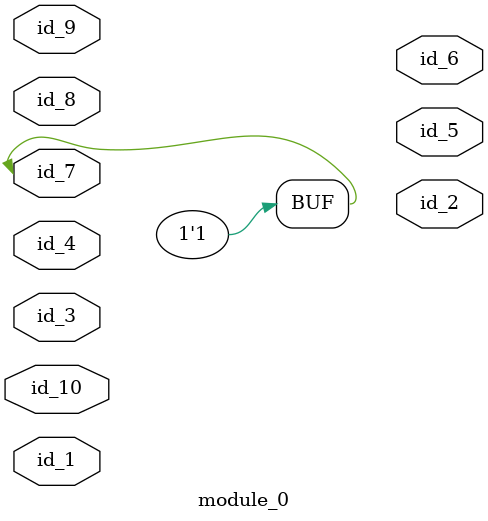
<source format=v>
module module_0 (
    id_1,
    id_2,
    id_3,
    id_4,
    id_5,
    id_6,
    id_7,
    id_8,
    id_9,
    id_10
);
  input id_10;
  inout id_9;
  input id_8;
  inout id_7;
  output id_6;
  output id_5;
  input id_4;
  input id_3;
  output id_2;
  input id_1;
  assign id_7 = 1;
endmodule
`timescale 1 ps / 1ps

</source>
